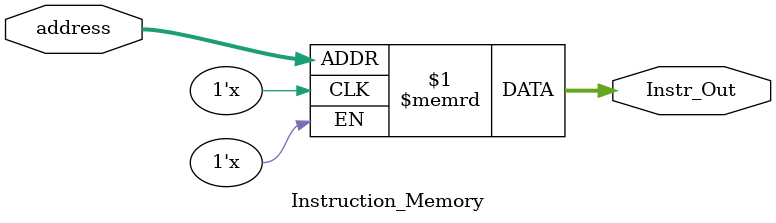
<source format=v>
module Instruction_Memory(
        address,
        Instr_Out
    );

    input  [8 : 2]  address;
    output [31 : 0] Instr_Out;

    reg [31 : 0] ROM [127 : 0];

    assign Instr_Out = ROM[address]; // word aligned

endmodule

</source>
